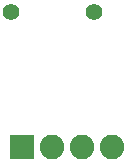
<source format=gbr>
G04 EAGLE Gerber RS-274X export*
G75*
%MOMM*%
%FSLAX34Y34*%
%LPD*%
%INSoldermask Bottom*%
%IPPOS*%
%AMOC8*
5,1,8,0,0,1.08239X$1,22.5*%
G01*
%ADD10C,1.403200*%
%ADD11R,2.082800X2.082800*%
%ADD12C,2.082800*%


D10*
X16000Y127000D03*
X86000Y127000D03*
D11*
X25400Y12700D03*
D12*
X50800Y12700D03*
X76200Y12700D03*
X101600Y12700D03*
M02*

</source>
